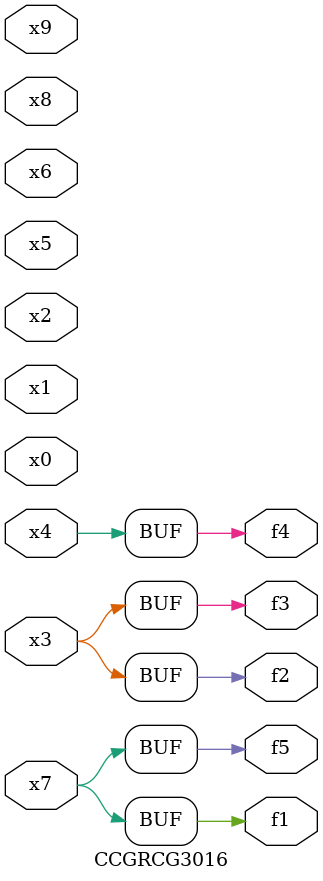
<source format=v>
module CCGRCG3016(
	input x0, x1, x2, x3, x4, x5, x6, x7, x8, x9,
	output f1, f2, f3, f4, f5
);
	assign f1 = x7;
	assign f2 = x3;
	assign f3 = x3;
	assign f4 = x4;
	assign f5 = x7;
endmodule

</source>
